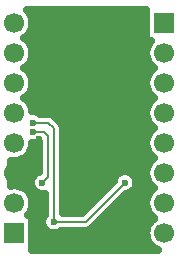
<source format=gbr>
G04 DipTrace 3.1.0.1*
G04 Bottom.gbr*
%MOIN*%
G04 #@! TF.FileFunction,Copper,L2,Bot*
G04 #@! TF.Part,Single*
G04 #@! TA.AperFunction,Conductor*
%ADD14C,0.007008*%
G04 #@! TA.AperFunction,CopperBalancing*
%ADD15C,0.025*%
G04 #@! TA.AperFunction,ComponentPad*
%ADD17R,0.066929X0.066929*%
%ADD18C,0.066929*%
G04 #@! TA.AperFunction,ViaPad*
%ADD20C,0.023622*%
%FSLAX26Y26*%
G04*
G70*
G90*
G75*
G01*
G04 Bottom*
%LPD*%
X518688Y831155D2*
D14*
X556184D1*
X568682Y818656D1*
Y681171D1*
X549934Y662423D1*
X587430Y531186D2*
Y843654D1*
X568682Y862402D1*
X518688D1*
X587430Y531186D2*
X693669D1*
X824906Y662423D1*
D20*
Y537436D3*
X662423Y662423D3*
X537436Y806157D3*
X749913Y662423D3*
X518688Y862402D3*
X587430Y531186D3*
X549934Y662423D3*
X518688Y831155D3*
X824906Y662423D3*
X515614Y1212492D2*
D15*
X893822D1*
X518343Y1187623D2*
X893822D1*
X510052Y1162755D2*
X893822D1*
X499215Y1137886D2*
X893822D1*
X515436Y1113017D2*
X896944D1*
X518378Y1088148D2*
X894109D1*
X510375Y1063280D2*
X902255D1*
X498642Y1038411D2*
X913594D1*
X515256Y1013542D2*
X897123D1*
X518450Y988673D2*
X894073D1*
X510663Y963804D2*
X901932D1*
X498031Y938936D2*
X914168D1*
X515076Y914067D2*
X897303D1*
X584656Y889198D2*
X894037D1*
X611677Y864329D2*
X901644D1*
X619930Y839461D2*
X914778D1*
X619930Y814592D2*
X897518D1*
X518521Y789723D2*
X536201D1*
X619930D2*
X893966D1*
X511273Y764854D2*
X536201D1*
X619930D2*
X901358D1*
X485365Y739986D2*
X536201D1*
X619930D2*
X915424D1*
X446215Y715117D2*
X536201D1*
X619930D2*
X897698D1*
X446215Y690248D2*
X521129D1*
X619930D2*
X796073D1*
X853715D2*
X893929D1*
X446215Y665379D2*
X509251D1*
X619930D2*
X782940D1*
X865593D2*
X901071D1*
X496130Y640510D2*
X516033D1*
X619930D2*
X758072D1*
X858811D2*
X916034D1*
X514503Y615642D2*
X554932D1*
X619930D2*
X733205D1*
X823034D2*
X897913D1*
X518593Y590773D2*
X554932D1*
X619930D2*
X708337D1*
X798167D2*
X893929D1*
X511811Y565904D2*
X554932D1*
X619930D2*
X683469D1*
X773299D2*
X900783D1*
X518665Y541035D2*
X547899D1*
X748432D2*
X916717D1*
X518665Y516167D2*
X549693D1*
X723564D2*
X898129D1*
X518665Y491298D2*
X893894D1*
X518665Y466429D2*
X900496D1*
X518665Y441560D2*
X924575D1*
X500840Y553647D2*
X516151D1*
Y437419D1*
X936196Y437448D1*
X929071Y440504D1*
X921049Y445419D1*
X913894Y451529D1*
X907783Y458684D1*
X902869Y466706D1*
X899268Y475398D1*
X897071Y484546D1*
X896333Y493925D1*
X897071Y503304D1*
X899268Y512453D1*
X902869Y521144D1*
X907783Y529167D1*
X913894Y536322D1*
X921049Y542432D1*
X923235Y543892D1*
X917352Y548333D1*
X910698Y554987D1*
X905168Y562598D1*
X900898Y570980D1*
X897990Y579929D1*
X896518Y589220D1*
Y598630D1*
X897990Y607921D1*
X900898Y616870D1*
X905168Y625252D1*
X910698Y632864D1*
X917352Y639517D1*
X923235Y643892D1*
X917352Y648333D1*
X910698Y654987D1*
X905168Y662598D1*
X900898Y670980D1*
X897990Y679929D1*
X896518Y689220D1*
Y698630D1*
X897990Y707921D1*
X900898Y716870D1*
X905168Y725252D1*
X910698Y732864D1*
X917352Y739517D1*
X923235Y743892D1*
X917352Y748333D1*
X910698Y754987D1*
X905168Y762598D1*
X900898Y770980D1*
X897990Y779929D1*
X896518Y789220D1*
Y798630D1*
X897990Y807921D1*
X900898Y816870D1*
X905168Y825252D1*
X910698Y832864D1*
X917352Y839517D1*
X923235Y843892D1*
X917352Y848333D1*
X910698Y854987D1*
X905168Y862598D1*
X900898Y870980D1*
X897990Y879929D1*
X896518Y889220D1*
Y898630D1*
X897990Y907921D1*
X900898Y916870D1*
X905168Y925252D1*
X910698Y932864D1*
X917352Y939517D1*
X923235Y943892D1*
X917352Y948333D1*
X910698Y954987D1*
X905168Y962598D1*
X900898Y970980D1*
X897990Y979929D1*
X896518Y989220D1*
Y998630D1*
X897990Y1007921D1*
X900898Y1016870D1*
X905168Y1025252D1*
X910698Y1032864D1*
X917352Y1039517D1*
X923235Y1043892D1*
X917352Y1048333D1*
X910698Y1054987D1*
X905168Y1062598D1*
X900898Y1070980D1*
X897990Y1079929D1*
X896518Y1089220D1*
Y1098630D1*
X897990Y1107921D1*
X900898Y1116870D1*
X905168Y1125252D1*
X910698Y1132864D1*
X911710Y1133958D1*
X896333Y1133969D1*
Y1237350D1*
X497247Y1237361D1*
X501786Y1232629D1*
X507316Y1225017D1*
X511587Y1216635D1*
X514495Y1207686D1*
X515966Y1198395D1*
Y1188986D1*
X514495Y1179694D1*
X511587Y1170745D1*
X507316Y1162364D1*
X501786Y1154752D1*
X495133Y1148098D1*
X489249Y1143723D1*
X495133Y1139282D1*
X501786Y1132629D1*
X507316Y1125017D1*
X511587Y1116635D1*
X514495Y1107686D1*
X515966Y1098395D1*
Y1088986D1*
X514495Y1079694D1*
X511587Y1070745D1*
X507316Y1062364D1*
X501786Y1054752D1*
X495133Y1048098D1*
X489249Y1043723D1*
X495133Y1039282D1*
X501786Y1032629D1*
X507316Y1025017D1*
X511587Y1016635D1*
X514495Y1007686D1*
X515966Y998395D1*
Y988986D1*
X514495Y979694D1*
X511587Y970745D1*
X507316Y962364D1*
X501786Y954752D1*
X495133Y948098D1*
X489249Y943723D1*
X495133Y939282D1*
X501786Y932629D1*
X507316Y925017D1*
X511587Y916635D1*
X514495Y907686D1*
X515705Y900604D1*
X521693Y900587D1*
X527630Y899647D1*
X533345Y897789D1*
X538701Y895060D1*
X542466Y892392D1*
X571035Y892306D1*
X575685Y891570D1*
X580161Y890114D1*
X584356Y887978D1*
X588163Y885211D1*
X608640Y864864D1*
X611698Y861285D1*
X614157Y857272D1*
X615958Y852923D1*
X617058Y848346D1*
X617427Y843644D1*
Y561209D1*
X681268Y561182D1*
X786870Y666808D1*
X787660Y671365D1*
X789518Y677080D1*
X792247Y682436D1*
X795780Y687298D1*
X800030Y691549D1*
X804892Y695081D1*
X810248Y697810D1*
X815963Y699668D1*
X821900Y700608D1*
X827911D1*
X833848Y699668D1*
X839563Y697810D1*
X844919Y695081D1*
X849781Y691549D1*
X854031Y687298D1*
X857564Y682436D1*
X860293Y677080D1*
X862151Y671365D1*
X863091Y665428D1*
Y659417D1*
X862151Y653480D1*
X860293Y647765D1*
X857564Y642409D1*
X854031Y637547D1*
X849781Y633297D1*
X844919Y629764D1*
X839563Y627035D1*
X833848Y625177D1*
X829299Y624402D1*
X713150Y508377D1*
X709343Y505610D1*
X705148Y503474D1*
X700672Y502018D1*
X696022Y501282D1*
X620178Y501190D1*
X611243D1*
X607444Y498528D1*
X602088Y495799D1*
X596373Y493941D1*
X590436Y493001D1*
X584425D1*
X578488Y493941D1*
X572773Y495799D1*
X567417Y498528D1*
X562555Y502060D1*
X558304Y506311D1*
X554772Y511173D1*
X552043Y516529D1*
X550185Y522244D1*
X549245Y528181D1*
Y534192D1*
X550185Y540129D1*
X552043Y545844D1*
X554772Y551199D1*
X557440Y554965D1*
X557434Y624881D1*
X552940Y624238D1*
X546929D1*
X540992Y625177D1*
X535277Y627035D1*
X529921Y629764D1*
X525059Y633297D1*
X520808Y637547D1*
X517276Y642409D1*
X514547Y647765D1*
X512689Y653480D1*
X511749Y659417D1*
Y665428D1*
X512689Y671365D1*
X514547Y677080D1*
X517276Y682436D1*
X520808Y687298D1*
X525059Y691549D1*
X529921Y695081D1*
X535277Y697810D1*
X538697Y699020D1*
X538686Y798476D1*
X533345Y795768D1*
X527630Y793909D1*
X521693Y792970D1*
X516140Y792951D1*
X515413Y784311D1*
X513217Y775163D1*
X509615Y766471D1*
X504701Y758449D1*
X498591Y751294D1*
X491436Y745184D1*
X483413Y740269D1*
X474722Y736668D1*
X465573Y734471D1*
X456194Y733734D1*
X446815Y734471D1*
X443694Y735092D1*
X443697Y652353D1*
X451490Y653462D1*
X460899D1*
X470190Y651991D1*
X479139Y649083D1*
X487521Y644812D1*
X495133Y639282D1*
X501786Y632629D1*
X507316Y625017D1*
X511587Y616635D1*
X514495Y607686D1*
X515966Y598395D1*
Y588986D1*
X514495Y579694D1*
X511587Y570745D1*
X507316Y562364D1*
X501786Y554752D1*
X500774Y553657D1*
D17*
X456194Y493690D3*
D18*
Y593690D3*
Y693690D3*
Y793690D3*
Y893690D3*
Y993690D3*
Y1093690D3*
Y1193690D3*
D17*
X956290Y1193925D3*
D18*
Y1093925D3*
Y993925D3*
Y893925D3*
Y793925D3*
Y693925D3*
Y593925D3*
Y493925D3*
M02*

</source>
